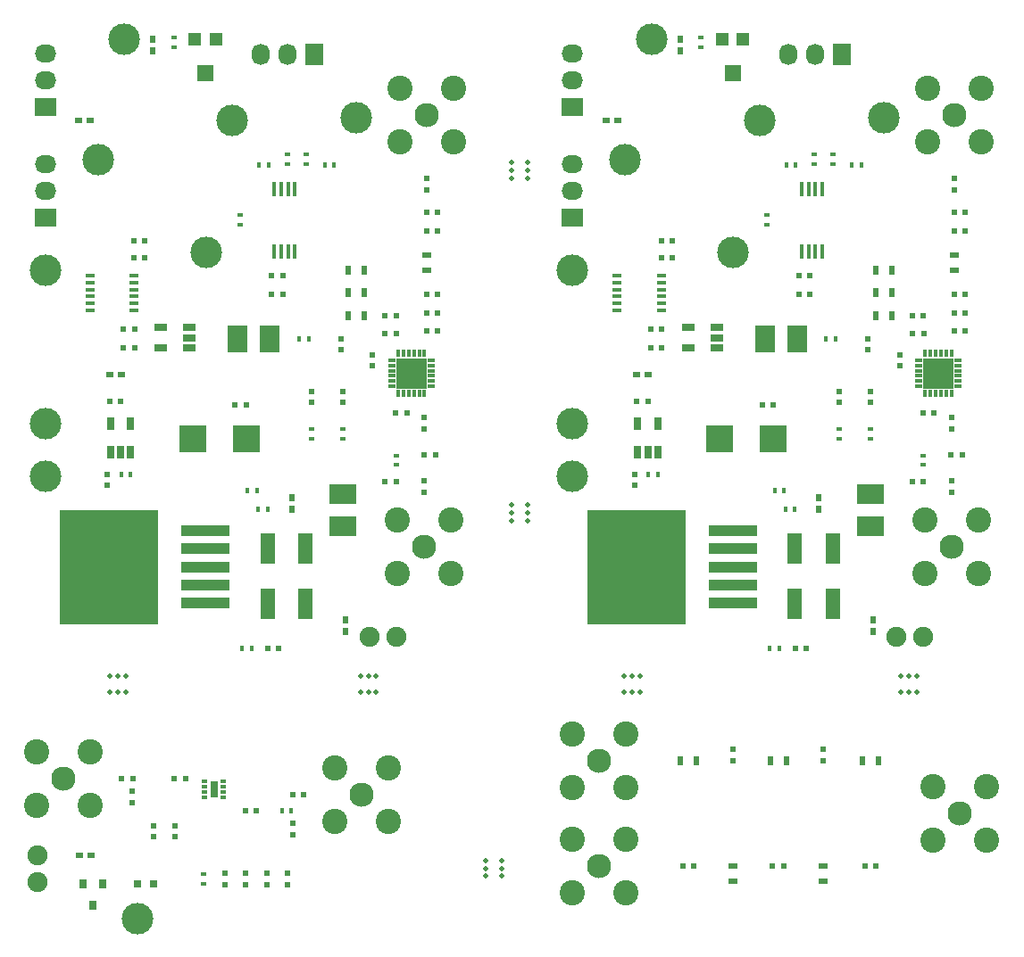
<source format=gbr>
G04 #@! TF.FileFunction,Soldermask,Top*
%FSLAX46Y46*%
G04 Gerber Fmt 4.6, Leading zero omitted, Abs format (unit mm)*
G04 Created by KiCad (PCBNEW 4.0.6-e0-6349~53~ubuntu16.04.1) date Thu Jul 27 23:40:07 2017*
%MOMM*%
%LPD*%
G01*
G04 APERTURE LIST*
%ADD10C,0.100000*%
%ADD11R,2.500000X1.950000*%
%ADD12R,1.950000X2.500000*%
%ADD13R,2.550000X2.500000*%
%ADD14R,0.600000X0.800000*%
%ADD15R,0.450000X1.450000*%
%ADD16R,0.400000X0.600000*%
%ADD17R,0.600000X0.400000*%
%ADD18R,0.500000X0.900000*%
%ADD19R,0.900000X0.500000*%
%ADD20R,0.600000X0.500000*%
%ADD21C,3.000000*%
%ADD22C,1.900000*%
%ADD23R,2.032000X1.727200*%
%ADD24O,2.032000X1.727200*%
%ADD25R,1.727200X2.032000*%
%ADD26O,1.727200X2.032000*%
%ADD27R,0.500000X0.600000*%
%ADD28R,4.000000X4.500000*%
%ADD29R,4.600000X1.100000*%
%ADD30R,9.400000X10.800000*%
%ADD31R,1.200000X1.200000*%
%ADD32R,1.600000X1.500000*%
%ADD33R,0.800000X0.600000*%
%ADD34R,1.400000X2.900000*%
%ADD35C,2.400000*%
%ADD36C,2.300000*%
%ADD37R,0.889000X0.420000*%
%ADD38R,0.740000X1.190000*%
%ADD39R,1.190000X0.740000*%
%ADD40C,0.500000*%
%ADD41R,0.800000X0.900000*%
%ADD42R,0.800000X0.750000*%
%ADD43C,0.590000*%
%ADD44R,0.400000X0.668000*%
%ADD45R,0.668000X0.400000*%
%ADD46R,2.840000X2.840000*%
%ADD47C,0.300000*%
%ADD48R,0.600000X0.300000*%
%ADD49R,0.800000X1.600000*%
G04 APERTURE END LIST*
D10*
D11*
X133250000Y-96975000D03*
X133250000Y-100025000D03*
D12*
X126275000Y-82250000D03*
X123225000Y-82250000D03*
D13*
X124025000Y-91750000D03*
X118975000Y-91750000D03*
D14*
X133500000Y-110050000D03*
X133500000Y-108950000D03*
D15*
X126725000Y-73900000D03*
X127375000Y-73900000D03*
X128025000Y-73900000D03*
X128675000Y-73900000D03*
X128675000Y-68000000D03*
X128025000Y-68000000D03*
X127375000Y-68000000D03*
X126725000Y-68000000D03*
D16*
X129050000Y-82250000D03*
X129950000Y-82250000D03*
D17*
X133250000Y-90800000D03*
X133250000Y-91700000D03*
X130250000Y-90800000D03*
X130250000Y-91700000D03*
X138250000Y-93300000D03*
X138250000Y-94200000D03*
D18*
X133750000Y-80000000D03*
X135250000Y-80000000D03*
X133742381Y-77875000D03*
X135242381Y-77875000D03*
X133750000Y-75750000D03*
X135250000Y-75750000D03*
D19*
X141200000Y-74250000D03*
X141200000Y-75750000D03*
D20*
X137200000Y-81750000D03*
X138300000Y-81750000D03*
X140900000Y-93250000D03*
X142000000Y-93250000D03*
D21*
X105000000Y-75750000D03*
X105000000Y-95250000D03*
X105000000Y-90250000D03*
D22*
X135730000Y-110500000D03*
X138270000Y-110500000D03*
D21*
X134500000Y-61250000D03*
X122750000Y-61500000D03*
D23*
X105000000Y-70750000D03*
D24*
X105000000Y-68210000D03*
X105000000Y-65670000D03*
D21*
X110000000Y-65250000D03*
D25*
X130500000Y-55250000D03*
D26*
X127960000Y-55250000D03*
X125420000Y-55250000D03*
D21*
X120250000Y-74000000D03*
X112500000Y-53750000D03*
D27*
X141200000Y-67025000D03*
X141200000Y-68075000D03*
D20*
X141175000Y-70250000D03*
X142225000Y-70250000D03*
X141175000Y-72000000D03*
X142225000Y-72000000D03*
X137225000Y-80000000D03*
X138275000Y-80000000D03*
X141175000Y-78000000D03*
X142225000Y-78000000D03*
X141175000Y-79750000D03*
X142225000Y-79750000D03*
X141175000Y-81500000D03*
X142225000Y-81500000D03*
X126475000Y-78000000D03*
X127525000Y-78000000D03*
D27*
X133000000Y-82225000D03*
X133000000Y-83275000D03*
X136000000Y-84775000D03*
X136000000Y-83725000D03*
X130250000Y-87225000D03*
X130250000Y-88275000D03*
X140950000Y-89725000D03*
X140950000Y-90775000D03*
D20*
X124025000Y-88500000D03*
X122975000Y-88500000D03*
X139275000Y-89250000D03*
X138225000Y-89250000D03*
D27*
X140950000Y-95725000D03*
X140950000Y-96775000D03*
D20*
X138275000Y-95750000D03*
X137225000Y-95750000D03*
D28*
X108475000Y-100895000D03*
X113625000Y-100955000D03*
X108515000Y-106865000D03*
D29*
X120205000Y-100475000D03*
X120205000Y-102175000D03*
X120205000Y-105575000D03*
D30*
X111045000Y-103875000D03*
D29*
X120205000Y-103875000D03*
X120205000Y-107275000D03*
D28*
X113575000Y-106875000D03*
D20*
X114450000Y-74525000D03*
X113400000Y-74525000D03*
D31*
X121175000Y-53775000D03*
X119175000Y-53775000D03*
D32*
X120175000Y-57025000D03*
D16*
X125075000Y-96625000D03*
X124175000Y-96625000D03*
X126075000Y-98375000D03*
X125175000Y-98375000D03*
X124575000Y-111625000D03*
X123675000Y-111625000D03*
X112175000Y-95125000D03*
X113075000Y-95125000D03*
D17*
X129700000Y-64750000D03*
X129700000Y-65650000D03*
X127950000Y-64750000D03*
X127950000Y-65650000D03*
D16*
X131500000Y-65700000D03*
X132400000Y-65700000D03*
X126150000Y-65700000D03*
X125250000Y-65700000D03*
D17*
X123450000Y-70500000D03*
X123450000Y-71400000D03*
X117175000Y-53625000D03*
X117175000Y-54525000D03*
D14*
X128375000Y-98425000D03*
X128375000Y-97325000D03*
D33*
X111075000Y-85625000D03*
X112175000Y-85625000D03*
X108150000Y-61500000D03*
X109250000Y-61500000D03*
D14*
X115175000Y-53775000D03*
X115175000Y-54875000D03*
D20*
X114450000Y-72925000D03*
X113400000Y-72925000D03*
D34*
X126075000Y-102125000D03*
X129675000Y-102125000D03*
D20*
X111100000Y-88125000D03*
X112150000Y-88125000D03*
D34*
X126075000Y-107375000D03*
X129675000Y-107375000D03*
D20*
X126100000Y-111625000D03*
X127150000Y-111625000D03*
D27*
X110875000Y-95100000D03*
X110875000Y-96150000D03*
D20*
X113450000Y-81325000D03*
X112400000Y-81325000D03*
X113450000Y-83125000D03*
X112400000Y-83125000D03*
X127525000Y-76250000D03*
X126475000Y-76250000D03*
D35*
X143740000Y-63490000D03*
X143740000Y-58410000D03*
X138660000Y-58410000D03*
D36*
X141200000Y-60950000D03*
D35*
X138660000Y-63490000D03*
X143490000Y-104540000D03*
X143490000Y-99460000D03*
X138410000Y-99460000D03*
D36*
X140950000Y-102000000D03*
D35*
X138410000Y-104540000D03*
D37*
X109219500Y-76250000D03*
X109219500Y-76900000D03*
X109219500Y-77550000D03*
X109219500Y-78200000D03*
X109219500Y-78850000D03*
X109219500Y-79500000D03*
X113430500Y-79500000D03*
X113430500Y-78850000D03*
X113430500Y-78200000D03*
X113430500Y-77550000D03*
X113430500Y-76900000D03*
X113430500Y-76250000D03*
D38*
X112125000Y-92975000D03*
X111175000Y-92975000D03*
X113075000Y-92975000D03*
X113075000Y-90275000D03*
X111175000Y-90275000D03*
D39*
X118675000Y-82125000D03*
X118675000Y-83075000D03*
X118675000Y-81175000D03*
X115975000Y-81175000D03*
X115975000Y-83075000D03*
D27*
X133250000Y-87225000D03*
X133250000Y-88275000D03*
D23*
X105000000Y-60250000D03*
D24*
X105000000Y-57710000D03*
X105000000Y-55170000D03*
D23*
X155000000Y-60250000D03*
D24*
X155000000Y-57710000D03*
X155000000Y-55170000D03*
D40*
X149250000Y-66250000D03*
X150750000Y-66250000D03*
X149250000Y-65500000D03*
X149250000Y-67000000D03*
X150750000Y-67000000D03*
X150750000Y-65500000D03*
X149250000Y-98750000D03*
X150750000Y-98750000D03*
X149250000Y-98000000D03*
X149250000Y-99500000D03*
X150750000Y-99500000D03*
X150750000Y-98000000D03*
D27*
X183250000Y-87225000D03*
X183250000Y-88275000D03*
D20*
X113275000Y-124000000D03*
X112225000Y-124000000D03*
D27*
X117250000Y-128475000D03*
X117250000Y-129525000D03*
X124000000Y-134025000D03*
X124000000Y-132975000D03*
X115250000Y-128475000D03*
X115250000Y-129525000D03*
X122000000Y-134025000D03*
X122000000Y-132975000D03*
D20*
X125025000Y-127000000D03*
X123975000Y-127000000D03*
D27*
X126000000Y-134025000D03*
X126000000Y-132975000D03*
X128000000Y-134025000D03*
X128000000Y-132975000D03*
D20*
X129525000Y-125500000D03*
X128475000Y-125500000D03*
D35*
X104210000Y-126540000D03*
X109290000Y-126540000D03*
X109290000Y-121460000D03*
D36*
X106750000Y-124000000D03*
D35*
X104210000Y-121460000D03*
X132460000Y-128040000D03*
X137540000Y-128040000D03*
X137540000Y-122960000D03*
D36*
X135000000Y-125500000D03*
D35*
X132460000Y-122960000D03*
D22*
X104250000Y-131230000D03*
X104250000Y-133770000D03*
D27*
X113250000Y-125200000D03*
X113250000Y-126300000D03*
D20*
X118300000Y-124000000D03*
X117200000Y-124000000D03*
D27*
X128500000Y-129300000D03*
X128500000Y-128200000D03*
D41*
X109500000Y-136000000D03*
X110460000Y-134000000D03*
X108550000Y-134000000D03*
D42*
X113750000Y-134000000D03*
X115250000Y-134000000D03*
D17*
X120000000Y-133950000D03*
X120000000Y-133050000D03*
D16*
X128325000Y-127000000D03*
X127425000Y-127000000D03*
D39*
X168675000Y-82125000D03*
X168675000Y-83075000D03*
X168675000Y-81175000D03*
X165975000Y-81175000D03*
X165975000Y-83075000D03*
D38*
X162125000Y-92975000D03*
X161175000Y-92975000D03*
X163075000Y-92975000D03*
X163075000Y-90275000D03*
X161175000Y-90275000D03*
D37*
X159219500Y-76250000D03*
X159219500Y-76900000D03*
X159219500Y-77550000D03*
X159219500Y-78200000D03*
X159219500Y-78850000D03*
X159219500Y-79500000D03*
X163430500Y-79500000D03*
X163430500Y-78850000D03*
X163430500Y-78200000D03*
X163430500Y-77550000D03*
X163430500Y-76900000D03*
X163430500Y-76250000D03*
D20*
X166525000Y-132250000D03*
X165475000Y-132250000D03*
D27*
X170250000Y-122275000D03*
X170250000Y-121225000D03*
D20*
X175025000Y-132250000D03*
X173975000Y-132250000D03*
D27*
X178750000Y-122275000D03*
X178750000Y-121225000D03*
D20*
X183775000Y-132250000D03*
X182725000Y-132250000D03*
D35*
X193490000Y-104540000D03*
X193490000Y-99460000D03*
X188410000Y-99460000D03*
D36*
X190950000Y-102000000D03*
D35*
X188410000Y-104540000D03*
X193740000Y-63490000D03*
X193740000Y-58410000D03*
X188660000Y-58410000D03*
D36*
X191200000Y-60950000D03*
D35*
X188660000Y-63490000D03*
X154960000Y-124790000D03*
X160040000Y-124790000D03*
X160040000Y-119710000D03*
D36*
X157500000Y-122250000D03*
D35*
X154960000Y-119710000D03*
X154960000Y-134790000D03*
X160040000Y-134790000D03*
X160040000Y-129710000D03*
D36*
X157500000Y-132250000D03*
D35*
X154960000Y-129710000D03*
X189210000Y-129790000D03*
X194290000Y-129790000D03*
X194290000Y-124710000D03*
D36*
X191750000Y-127250000D03*
D35*
X189210000Y-124710000D03*
D18*
X166750000Y-122250000D03*
X165250000Y-122250000D03*
D19*
X170250000Y-132250000D03*
X170250000Y-133750000D03*
D18*
X175250000Y-122250000D03*
X173750000Y-122250000D03*
D19*
X178750000Y-132250000D03*
X178750000Y-133750000D03*
D18*
X184000000Y-122250000D03*
X182500000Y-122250000D03*
D40*
X135625000Y-114250000D03*
X135625000Y-115750000D03*
X136375000Y-114250000D03*
X134875000Y-114250000D03*
X134875000Y-115750000D03*
X136375000Y-115750000D03*
X146750000Y-132500000D03*
X148250000Y-132500000D03*
X146750000Y-131750000D03*
X146750000Y-133250000D03*
X148250000Y-133250000D03*
X148250000Y-131750000D03*
X111875000Y-114250000D03*
X111875000Y-115750000D03*
X112625000Y-114250000D03*
X111125000Y-114250000D03*
X111125000Y-115750000D03*
X112625000Y-115750000D03*
X186875000Y-114250000D03*
X186875000Y-115750000D03*
X187625000Y-114250000D03*
X186125000Y-114250000D03*
X186125000Y-115750000D03*
X187625000Y-115750000D03*
X160625000Y-114250000D03*
X160625000Y-115750000D03*
X161375000Y-114250000D03*
X159875000Y-114250000D03*
X159875000Y-115750000D03*
X161375000Y-115750000D03*
D20*
X177525000Y-76250000D03*
X176475000Y-76250000D03*
X163450000Y-83125000D03*
X162400000Y-83125000D03*
X163450000Y-81325000D03*
X162400000Y-81325000D03*
D27*
X160875000Y-95100000D03*
X160875000Y-96150000D03*
D20*
X176100000Y-111625000D03*
X177150000Y-111625000D03*
D34*
X176075000Y-107375000D03*
X179675000Y-107375000D03*
D20*
X161100000Y-88125000D03*
X162150000Y-88125000D03*
D34*
X176075000Y-102125000D03*
X179675000Y-102125000D03*
D20*
X164450000Y-72925000D03*
X163400000Y-72925000D03*
D14*
X165175000Y-53775000D03*
X165175000Y-54875000D03*
D33*
X158150000Y-61500000D03*
X159250000Y-61500000D03*
X161075000Y-85625000D03*
X162175000Y-85625000D03*
D14*
X178375000Y-98425000D03*
X178375000Y-97325000D03*
D17*
X167175000Y-53625000D03*
X167175000Y-54525000D03*
X173450000Y-70500000D03*
X173450000Y-71400000D03*
D16*
X176150000Y-65700000D03*
X175250000Y-65700000D03*
X181500000Y-65700000D03*
X182400000Y-65700000D03*
D17*
X177950000Y-64750000D03*
X177950000Y-65650000D03*
X179700000Y-64750000D03*
X179700000Y-65650000D03*
D16*
X162175000Y-95125000D03*
X163075000Y-95125000D03*
X174575000Y-111625000D03*
X173675000Y-111625000D03*
X176075000Y-98375000D03*
X175175000Y-98375000D03*
X175075000Y-96625000D03*
X174175000Y-96625000D03*
D31*
X171175000Y-53775000D03*
X169175000Y-53775000D03*
D32*
X170175000Y-57025000D03*
D20*
X164450000Y-74525000D03*
X163400000Y-74525000D03*
D28*
X158475000Y-100895000D03*
X163625000Y-100955000D03*
X158515000Y-106865000D03*
D29*
X170205000Y-100475000D03*
X170205000Y-102175000D03*
X170205000Y-105575000D03*
D30*
X161045000Y-103875000D03*
D29*
X170205000Y-103875000D03*
X170205000Y-107275000D03*
D28*
X163575000Y-106875000D03*
D20*
X188275000Y-95750000D03*
X187225000Y-95750000D03*
D27*
X190950000Y-95725000D03*
X190950000Y-96775000D03*
D20*
X189275000Y-89250000D03*
X188225000Y-89250000D03*
X174025000Y-88500000D03*
X172975000Y-88500000D03*
D27*
X190950000Y-89725000D03*
X190950000Y-90775000D03*
X180250000Y-87225000D03*
X180250000Y-88275000D03*
X186000000Y-84775000D03*
X186000000Y-83725000D03*
X183000000Y-82225000D03*
X183000000Y-83275000D03*
D20*
X176475000Y-78000000D03*
X177525000Y-78000000D03*
X191175000Y-81500000D03*
X192225000Y-81500000D03*
X191175000Y-79750000D03*
X192225000Y-79750000D03*
X191175000Y-78000000D03*
X192225000Y-78000000D03*
X187225000Y-80000000D03*
X188275000Y-80000000D03*
X191175000Y-72000000D03*
X192225000Y-72000000D03*
X191175000Y-70250000D03*
X192225000Y-70250000D03*
D27*
X191200000Y-67025000D03*
X191200000Y-68075000D03*
D21*
X162500000Y-53750000D03*
X170250000Y-74000000D03*
D25*
X180500000Y-55250000D03*
D26*
X177960000Y-55250000D03*
X175420000Y-55250000D03*
D21*
X160000000Y-65250000D03*
D23*
X155000000Y-70750000D03*
D24*
X155000000Y-68210000D03*
X155000000Y-65670000D03*
D21*
X172750000Y-61500000D03*
X184500000Y-61250000D03*
X113750000Y-137250000D03*
D22*
X185730000Y-110500000D03*
X188270000Y-110500000D03*
D21*
X155000000Y-90250000D03*
X155000000Y-95250000D03*
X155000000Y-75750000D03*
D20*
X190900000Y-93250000D03*
X192000000Y-93250000D03*
X187200000Y-81750000D03*
X188300000Y-81750000D03*
D19*
X191200000Y-74250000D03*
X191200000Y-75750000D03*
D18*
X183750000Y-75750000D03*
X185250000Y-75750000D03*
X183742381Y-77875000D03*
X185242381Y-77875000D03*
X183750000Y-80000000D03*
X185250000Y-80000000D03*
D17*
X188250000Y-93300000D03*
X188250000Y-94200000D03*
X180250000Y-90800000D03*
X180250000Y-91700000D03*
X183250000Y-90800000D03*
X183250000Y-91700000D03*
D16*
X179050000Y-82250000D03*
X179950000Y-82250000D03*
D15*
X176725000Y-73900000D03*
X177375000Y-73900000D03*
X178025000Y-73900000D03*
X178675000Y-73900000D03*
X178675000Y-68000000D03*
X178025000Y-68000000D03*
X177375000Y-68000000D03*
X176725000Y-68000000D03*
D33*
X108200000Y-131250000D03*
X109300000Y-131250000D03*
D14*
X183500000Y-110050000D03*
X183500000Y-108950000D03*
D13*
X174025000Y-91750000D03*
X168975000Y-91750000D03*
D12*
X176275000Y-82250000D03*
X173225000Y-82250000D03*
D11*
X183250000Y-96975000D03*
X183250000Y-100025000D03*
D43*
X189700000Y-85500000D03*
D44*
X190950000Y-87364000D03*
X190450000Y-87364000D03*
X189950000Y-87364000D03*
X189450000Y-87364000D03*
X188950000Y-87364000D03*
X188450000Y-87364000D03*
X188450000Y-83636000D03*
X188950000Y-83636000D03*
X189450000Y-83636000D03*
X190950000Y-83636000D03*
X190450000Y-83636000D03*
D45*
X187836000Y-84250000D03*
X187836000Y-84750000D03*
X187836000Y-85250000D03*
X187836000Y-85750000D03*
X187836000Y-86250000D03*
X187836000Y-86750000D03*
X191564000Y-86750000D03*
X191564000Y-86250000D03*
X191564000Y-85750000D03*
X191564000Y-84250000D03*
X191564000Y-84750000D03*
X191564000Y-85250000D03*
D44*
X189950000Y-83636000D03*
D46*
X189700000Y-85500000D03*
D43*
X188950000Y-86250000D03*
X188950000Y-84750000D03*
X190450000Y-86250000D03*
X190450000Y-84750000D03*
X139700000Y-85500000D03*
D44*
X140950000Y-87364000D03*
X140450000Y-87364000D03*
X139950000Y-87364000D03*
X139450000Y-87364000D03*
X138950000Y-87364000D03*
X138450000Y-87364000D03*
X138450000Y-83636000D03*
X138950000Y-83636000D03*
X139450000Y-83636000D03*
X140950000Y-83636000D03*
X140450000Y-83636000D03*
D45*
X137836000Y-84250000D03*
X137836000Y-84750000D03*
X137836000Y-85250000D03*
X137836000Y-85750000D03*
X137836000Y-86250000D03*
X137836000Y-86750000D03*
X141564000Y-86750000D03*
X141564000Y-86250000D03*
X141564000Y-85750000D03*
X141564000Y-84250000D03*
X141564000Y-84750000D03*
X141564000Y-85250000D03*
D44*
X139950000Y-83636000D03*
D46*
X139700000Y-85500000D03*
D43*
X138950000Y-86250000D03*
X138950000Y-84750000D03*
X140450000Y-86250000D03*
X140450000Y-84750000D03*
D47*
X121000000Y-124390000D03*
X121000000Y-125000000D03*
X121000000Y-125580000D03*
D48*
X120100000Y-124250000D03*
X120100000Y-124750000D03*
X120100000Y-125250000D03*
X120100000Y-125750000D03*
X121900000Y-125750000D03*
X121900000Y-125250000D03*
X121900000Y-124750000D03*
X121900000Y-124250000D03*
D49*
X121000000Y-125000000D03*
M02*

</source>
